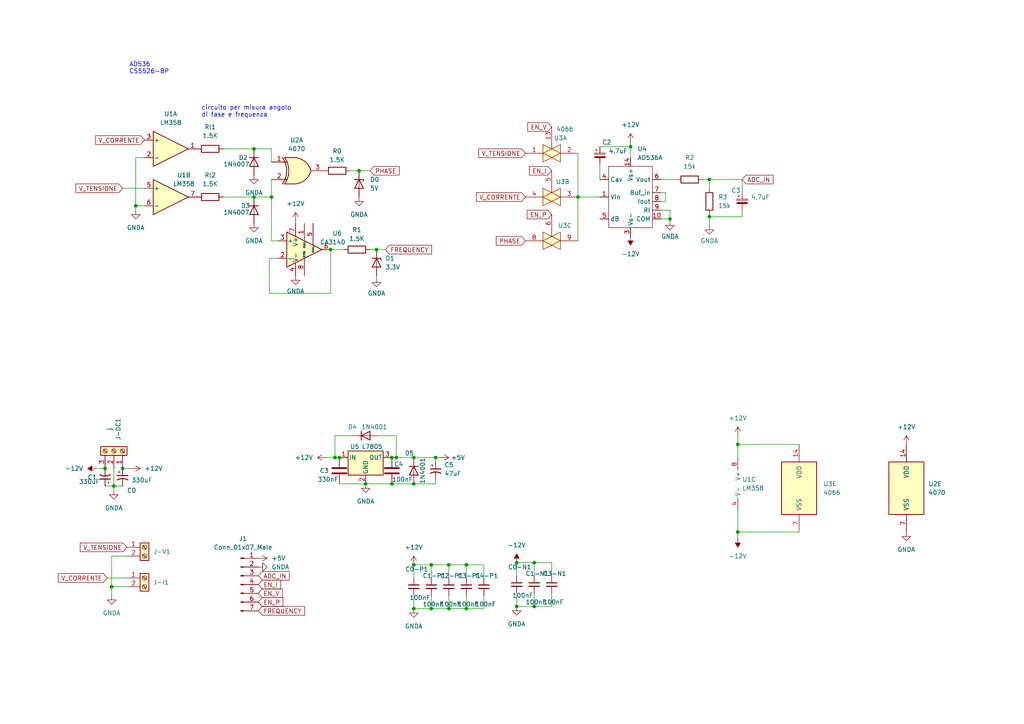
<source format=kicad_sch>
(kicad_sch (version 20211123) (generator eeschema)
  (paper "A4")
  (lib_symbols
    (symbol "4xxx:4066" (pin_names (offset 1.016))
      (property "Reference" "U" (at -7.62 8.89 0))
      (property "Value" "4066" (at -7.62 -8.89 0))
      (symbol "4066_1_0"
        (polyline (pts (xy 0 1.27) (xy 0 2.54)) (stroke (width 0.1524)))
        (polyline (pts (xy -2.54 0) (xy 2.54 2.54) (xy 2.54 -2.54) (xy -2.54 0)) (fill (type background)))
        (polyline (pts (xy -2.54 2.54) (xy 2.54 0) (xy -2.54 -2.54) (xy -2.54 2.54)) (fill (type background)))
        (pin passive line (at -7.62 0 0) (length 5.08) (name "~") (number "1"))
        (pin input line (at 0 7.62 270) (length 5.08) (name "~") (number "13"))
        (pin passive line (at 7.62 0 180) (length 5.08) (name "~") (number "2"))
      )
      (symbol "4066_2_0"
        (polyline (pts (xy 0 1.27) (xy 0 2.54)) (stroke (width 0.1524)))
        (polyline (pts (xy -2.54 0) (xy 2.54 2.54) (xy 2.54 -2.54) (xy -2.54 0)) (fill (type background)))
        (polyline (pts (xy -2.54 2.54) (xy 2.54 0) (xy -2.54 -2.54) (xy -2.54 2.54)) (fill (type background)))
        (pin passive line (at 7.62 0 180) (length 5.08) (name "~") (number "3"))
        (pin passive line (at -7.62 0 0) (length 5.08) (name "~") (number "4"))
        (pin input line (at 0 7.62 270) (length 5.08) (name "~") (number "5"))
      )
      (symbol "4066_3_0"
        (polyline (pts (xy 0 1.27) (xy 0 2.54)) (stroke (width 0.1524)))
        (polyline (pts (xy -2.54 0) (xy 2.54 2.54) (xy 2.54 -2.54) (xy -2.54 0)) (fill (type background)))
        (polyline (pts (xy -2.54 2.54) (xy 2.54 0) (xy -2.54 -2.54) (xy -2.54 2.54)) (fill (type background)))
        (pin input line (at 0 7.62 270) (length 5.08) (name "~") (number "6"))
        (pin passive line (at -7.62 0 0) (length 5.08) (name "~") (number "8"))
        (pin passive line (at 7.62 0 180) (length 5.08) (name "~") (number "9"))
      )
      (symbol "4066_4_0"
        (polyline (pts (xy 0 1.27) (xy 0 2.54)) (stroke (width 0.1524)))
        (polyline (pts (xy -2.54 0) (xy 2.54 2.54) (xy 2.54 -2.54) (xy -2.54 0)) (fill (type background)))
        (polyline (pts (xy -2.54 2.54) (xy 2.54 0) (xy -2.54 -2.54) (xy -2.54 2.54)) (fill (type background)))
        (pin passive line (at 7.62 0 180) (length 5.08) (name "~") (number "10"))
        (pin passive line (at -7.62 0 0) (length 5.08) (name "~") (number "11"))
        (pin input line (at 0 7.62 270) (length 5.08) (name "~") (number "12"))
      )
      (symbol "4066_5_0"
        (pin power_in line (at 0 12.7 270) (length 5.08) (name "VDD") (number "14"))
        (pin power_in line (at 0 -12.7 90) (length 5.08) (name "VSS") (number "7"))
      )
      (symbol "4066_5_1"
        (rectangle (start -5.08 7.62) (end 5.08 -7.62) (stroke (width 0.254)) (fill (type background)))
      )
    )
    (symbol "4xxx:4070" (pin_names (offset 1.016))
      (property "Reference" "U" (at 0 1.27 0))
      (property "Value" "4070" (at 0 -1.27 0))
      (symbol "4070_1_0"
        (arc (start -4.4196 -3.81) (mid -3.2033 0) (end -4.4196 3.81) (stroke (width 0.254)))
        (arc (start -3.81 -3.81) (mid -2.589 0) (end -3.81 3.81) (stroke (width 0.254)))
        (arc (start -0.6096 -3.81) (mid 2.1842 -2.5851) (end 3.81 0) (stroke (width 0.254)) (fill (type background)))
        (polyline (pts (xy -3.81 -3.81) (xy -0.635 -3.81)) (stroke (width 0.254)) (fill (type background)))
        (polyline (pts (xy -3.81 3.81) (xy -0.635 3.81)) (stroke (width 0.254)) (fill (type background)))
        (polyline (pts (xy -0.635 3.81) (xy -3.81 3.81) (xy -3.81 3.81) (xy -3.556 3.4036) (xy -3.0226 2.2606) (xy -2.6924 1.0414) (xy -2.6162 -0.254) (xy -2.7686 -1.4986) (xy -3.175 -2.7178) (xy -3.81 -3.81) (xy -3.81 -3.81) (xy -0.635 -3.81)) (stroke (width -25.4)) (fill (type background)))
        (arc (start 3.81 0) (mid 2.1915 2.5936) (end -0.6096 3.81) (stroke (width 0.254)) (fill (type background)))
        (pin input line (at -7.62 2.54 0) (length 4.445) (name "~") (number "1"))
        (pin input line (at -7.62 -2.54 0) (length 4.445) (name "~") (number "2"))
        (pin output line (at 7.62 0 180) (length 3.81) (name "~") (number "3"))
      )
      (symbol "4070_1_1"
        (polyline (pts (xy -3.81 -2.54) (xy -3.175 -2.54)) (stroke (width 0.1524)))
        (polyline (pts (xy -3.81 2.54) (xy -3.175 2.54)) (stroke (width 0.1524)))
      )
      (symbol "4070_2_0"
        (arc (start -4.4196 -3.81) (mid -3.2033 0) (end -4.4196 3.81) (stroke (width 0.254)))
        (arc (start -3.81 -3.81) (mid -2.589 0) (end -3.81 3.81) (stroke (width 0.254)))
        (arc (start -0.6096 -3.81) (mid 2.1842 -2.5851) (end 3.81 0) (stroke (width 0.254)) (fill (type background)))
        (polyline (pts (xy -3.81 -3.81) (xy -0.635 -3.81)) (stroke (width 0.254)) (fill (type background)))
        (polyline (pts (xy -3.81 3.81) (xy -0.635 3.81)) (stroke (width 0.254)) (fill (type background)))
        (polyline (pts (xy -0.635 3.81) (xy -3.81 3.81) (xy -3.81 3.81) (xy -3.556 3.4036) (xy -3.0226 2.2606) (xy -2.6924 1.0414) (xy -2.6162 -0.254) (xy -2.7686 -1.4986) (xy -3.175 -2.7178) (xy -3.81 -3.81) (xy -3.81 -3.81) (xy -0.635 -3.81)) (stroke (width -25.4)) (fill (type background)))
        (arc (start 3.81 0) (mid 2.1915 2.5936) (end -0.6096 3.81) (stroke (width 0.254)) (fill (type background)))
        (pin output line (at 7.62 0 180) (length 3.81) (name "~") (number "4"))
        (pin input line (at -7.62 2.54 0) (length 4.445) (name "~") (number "5"))
        (pin input line (at -7.62 -2.54 0) (length 4.445) (name "~") (number "6"))
      )
      (symbol "4070_2_1"
        (polyline (pts (xy -3.81 -2.54) (xy -3.175 -2.54)) (stroke (width 0.1524)))
        (polyline (pts (xy -3.81 2.54) (xy -3.175 2.54)) (stroke (width 0.1524)))
      )
      (symbol "4070_3_0"
        (arc (start -4.4196 -3.81) (mid -3.2033 0) (end -4.4196 3.81) (stroke (width 0.254)))
        (arc (start -3.81 -3.81) (mid -2.589 0) (end -3.81 3.81) (stroke (width 0.254)))
        (arc (start -0.6096 -3.81) (mid 2.1842 -2.5851) (end 3.81 0) (stroke (width 0.254)) (fill (type background)))
        (polyline (pts (xy -3.81 -3.81) (xy -0.635 -3.81)) (stroke (width 0.254)) (fill (type background)))
        (polyline (pts (xy -3.81 3.81) (xy -0.635 3.81)) (stroke (width 0.254)) (fill (type background)))
        (polyline (pts (xy -0.635 3.81) (xy -3.81 3.81) (xy -3.81 3.81) (xy -3.556 3.4036) (xy -3.0226 2.2606) (xy -2.6924 1.0414) (xy -2.6162 -0.254) (xy -2.7686 -1.4986) (xy -3.175 -2.7178) (xy -3.81 -3.81) (xy -3.81 -3.81) (xy -0.635 -3.81)) (stroke (width -25.4)) (fill (type background)))
        (arc (start 3.81 0) (mid 2.1915 2.5936) (end -0.6096 3.81) (stroke (width 0.254)) (fill (type background)))
        (pin output line (at 7.62 0 180) (length 3.81) (name "~") (number "10"))
        (pin input line (at -7.62 2.54 0) (length 4.445) (name "~") (number "8"))
        (pin input line (at -7.62 -2.54 0) (length 4.445) (name "~") (number "9"))
      )
      (symbol "4070_3_1"
        (polyline (pts (xy -3.81 -2.54) (xy -3.175 -2.54)) (stroke (width 0.1524)))
        (polyline (pts (xy -3.81 2.54) (xy -3.175 2.54)) (stroke (width 0.1524)))
      )
      (symbol "4070_4_0"
        (arc (start -4.4196 -3.81) (mid -3.2033 0) (end -4.4196 3.81) (stroke (width 0.254)))
        (arc (start -3.81 -3.81) (mid -2.589 0) (end -3.81 3.81) (stroke (width 0.254)))
        (arc (start -0.6096 -3.81) (mid 2.1842 -2.5851) (end 3.81 0) (stroke (width 0.254)) (fill (type background)))
        (polyline (pts (xy -3.81 -3.81) (xy -0.635 -3.81)) (stroke (width 0.254)) (fill (type background)))
        (polyline (pts (xy -3.81 3.81) (xy -0.635 3.81)) (stroke (width 0.254)) (fill (type background)))
        (polyline (pts (xy -0.635 3.81) (xy -3.81 3.81) (xy -3.81 3.81) (xy -3.556 3.4036) (xy -3.0226 2.2606) (xy -2.6924 1.0414) (xy -2.6162 -0.254) (xy -2.7686 -1.4986) (xy -3.175 -2.7178) (xy -3.81 -3.81) (xy -3.81 -3.81) (xy -0.635 -3.81)) (stroke (width -25.4)) (fill (type background)))
        (arc (start 3.81 0) (mid 2.1915 2.5936) (end -0.6096 3.81) (stroke (width 0.254)) (fill (type background)))
        (pin output line (at 7.62 0 180) (length 3.81) (name "~") (number "11"))
        (pin input line (at -7.62 2.54 0) (length 4.445) (name "~") (number "12"))
        (pin input line (at -7.62 -2.54 0) (length 4.445) (name "~") (number "13"))
      )
      (symbol "4070_4_1"
        (polyline (pts (xy -3.81 -2.54) (xy -3.175 -2.54)) (stroke (width 0.1524)))
        (polyline (pts (xy -3.81 2.54) (xy -3.175 2.54)) (stroke (width 0.1524)))
      )
      (symbol "4070_5_0"
        (pin power_in line (at 0 12.7 270) (length 5.08) (name "VDD") (number "14"))
        (pin power_in line (at 0 -12.7 90) (length 5.08) (name "VSS") (number "7"))
      )
      (symbol "4070_5_1"
        (rectangle (start -5.08 7.62) (end 5.08 -7.62) (stroke (width 0.254)) (fill (type background)))
      )
    )
    (symbol "Amplifier_Operational:CA3140" (pin_names (offset 0.127))
      (property "Reference" "U" (at 6.35 5.08 0))
      (property "Value" "CA3140" (at 6.35 2.54 0))
      (symbol "CA3140_0_1"
        (polyline (pts (xy -5.08 5.08) (xy 5.08 0) (xy -5.08 -5.08) (xy -5.08 5.08)) (stroke (width 0.254)) (fill (type background)))
      )
      (symbol "CA3140_1_1"
        (pin passive line (at 0 7.62 270) (length 5.08) (name "NULL") (number "1"))
        (pin input line (at -7.62 -2.54 0) (length 2.54) (name "-") (number "2"))
        (pin input line (at -7.62 2.54 0) (length 2.54) (name "+") (number "3"))
        (pin power_in line (at -2.54 -7.62 90) (length 3.81) (name "V-") (number "4"))
        (pin passive line (at 2.54 7.62 270) (length 6.35) (name "NULL") (number "5"))
        (pin output line (at 7.62 0 180) (length 2.54) (name "~") (number "6"))
        (pin power_in line (at -2.54 7.62 270) (length 3.81) (name "V+") (number "7"))
        (pin passive line (at 0 -7.62 90) (length 5.08) (name "STRB") (number "8"))
      )
    )
    (symbol "Amplifier_Operational:LM358" (pin_names (offset 0.127))
      (property "Reference" "U" (at 0 5.08 0))
      (property "Value" "LM358" (at 0 -5.08 0))
      (symbol "LM358_1_1"
        (polyline (pts (xy -5.08 5.08) (xy 5.08 0) (xy -5.08 -5.08) (xy -5.08 5.08)) (stroke (width 0.254)) (fill (type background)))
        (pin output line (at 7.62 0 180) (length 2.54) (name "~") (number "1"))
        (pin input line (at -7.62 -2.54 0) (length 2.54) (name "-") (number "2"))
        (pin input line (at -7.62 2.54 0) (length 2.54) (name "+") (number "3"))
      )
      (symbol "LM358_2_1"
        (polyline (pts (xy -5.08 5.08) (xy 5.08 0) (xy -5.08 -5.08) (xy -5.08 5.08)) (stroke (width 0.254)) (fill (type background)))
        (pin input line (at -7.62 2.54 0) (length 2.54) (name "+") (number "5"))
        (pin input line (at -7.62 -2.54 0) (length 2.54) (name "-") (number "6"))
        (pin output line (at 7.62 0 180) (length 2.54) (name "~") (number "7"))
      )
      (symbol "LM358_3_1"
        (pin power_in line (at -2.54 -7.62 90) (length 3.81) (name "V-") (number "4"))
        (pin power_in line (at -2.54 7.62 270) (length 3.81) (name "V+") (number "8"))
      )
    )
    (symbol "Connector:Conn_01x07_Male" (pin_names (offset 1.016) hide)
      (property "Reference" "J" (at 0 10.16 0))
      (property "Value" "Conn_01x07_Male" (at 0 -10.16 0))
      (symbol "Conn_01x07_Male_1_1"
        (polyline (pts (xy 1.27 -7.62) (xy 0.8636 -7.62)) (stroke (width 0.1524)))
        (polyline (pts (xy 1.27 -5.08) (xy 0.8636 -5.08)) (stroke (width 0.1524)))
        (polyline (pts (xy 1.27 -2.54) (xy 0.8636 -2.54)) (stroke (width 0.1524)))
        (polyline (pts (xy 1.27 0) (xy 0.8636 0)) (stroke (width 0.1524)))
        (polyline (pts (xy 1.27 2.54) (xy 0.8636 2.54)) (stroke (width 0.1524)))
        (polyline (pts (xy 1.27 5.08) (xy 0.8636 5.08)) (stroke (width 0.1524)))
        (polyline (pts (xy 1.27 7.62) (xy 0.8636 7.62)) (stroke (width 0.1524)))
        (rectangle (start 0.8636 -7.493) (end 0 -7.747) (stroke (width 0.1524)) (fill (type outline)))
        (rectangle (start 0.8636 -4.953) (end 0 -5.207) (stroke (width 0.1524)) (fill (type outline)))
        (rectangle (start 0.8636 -2.413) (end 0 -2.667) (stroke (width 0.1524)) (fill (type outline)))
        (rectangle (start 0.8636 0.127) (end 0 -0.127) (stroke (width 0.1524)) (fill (type outline)))
        (rectangle (start 0.8636 2.667) (end 0 2.413) (stroke (width 0.1524)) (fill (type outline)))
        (rectangle (start 0.8636 5.207) (end 0 4.953) (stroke (width 0.1524)) (fill (type outline)))
        (rectangle (start 0.8636 7.747) (end 0 7.493) (stroke (width 0.1524)) (fill (type outline)))
        (pin passive line (at 5.08 7.62 180) (length 3.81) (name "Pin_1") (number "1"))
        (pin passive line (at 5.08 5.08 180) (length 3.81) (name "Pin_2") (number "2"))
        (pin passive line (at 5.08 2.54 180) (length 3.81) (name "Pin_3") (number "3"))
        (pin passive line (at 5.08 0 180) (length 3.81) (name "Pin_4") (number "4"))
        (pin passive line (at 5.08 -2.54 180) (length 3.81) (name "Pin_5") (number "5"))
        (pin passive line (at 5.08 -5.08 180) (length 3.81) (name "Pin_6") (number "6"))
        (pin passive line (at 5.08 -7.62 180) (length 3.81) (name "Pin_7") (number "7"))
      )
    )
    (symbol "Connector:Screw_Terminal_01x02" (pin_names (offset 1.016) hide)
      (property "Reference" "J" (at 0 2.54 0))
      (property "Value" "Screw_Terminal_01x02" (at 0 -5.08 0))
      (symbol "Screw_Terminal_01x02_1_1"
        (rectangle (start -1.27 1.27) (end 1.27 -3.81) (stroke (width 0.254)) (fill (type background)))
        (circle (center 0 -2.54) (radius 0.635) (stroke (width 0.1524)))
        (polyline (pts (xy -0.5334 -2.2098) (xy 0.3302 -3.048)) (stroke (width 0.1524)))
        (polyline (pts (xy -0.5334 0.3302) (xy 0.3302 -0.508)) (stroke (width 0.1524)))
        (polyline (pts (xy -0.3556 -2.032) (xy 0.508 -2.8702)) (stroke (width 0.1524)))
        (polyline (pts (xy -0.3556 0.508) (xy 0.508 -0.3302)) (stroke (width 0.1524)))
        (circle (center 0 0) (radius 0.635) (stroke (width 0.1524)))
        (pin passive line (at -5.08 0 0) (length 3.81) (name "Pin_1") (number "1"))
        (pin passive line (at -5.08 -2.54 0) (length 3.81) (name "Pin_2") (number "2"))
      )
    )
    (symbol "Connector:Screw_Terminal_01x03" (pin_names (offset 1.016) hide)
      (property "Reference" "J" (at 0 5.08 0))
      (property "Value" "Screw_Terminal_01x03" (at 0 -5.08 0))
      (symbol "Screw_Terminal_01x03_1_1"
        (rectangle (start -1.27 3.81) (end 1.27 -3.81) (stroke (width 0.254)) (fill (type background)))
        (circle (center 0 -2.54) (radius 0.635) (stroke (width 0.1524)))
        (polyline (pts (xy -0.5334 -2.2098) (xy 0.3302 -3.048)) (stroke (width 0.1524)))
        (polyline (pts (xy -0.5334 0.3302) (xy 0.3302 -0.508)) (stroke (width 0.1524)))
        (polyline (pts (xy -0.5334 2.8702) (xy 0.3302 2.032)) (stroke (width 0.1524)))
        (polyline (pts (xy -0.3556 -2.032) (xy 0.508 -2.8702)) (stroke (width 0.1524)))
        (polyline (pts (xy -0.3556 0.508) (xy 0.508 -0.3302)) (stroke (width 0.1524)))
        (polyline (pts (xy -0.3556 3.048) (xy 0.508 2.2098)) (stroke (width 0.1524)))
        (circle (center 0 0) (radius 0.635) (stroke (width 0.1524)))
        (circle (center 0 2.54) (radius 0.635) (stroke (width 0.1524)))
        (pin passive line (at -5.08 2.54 0) (length 3.81) (name "Pin_1") (number "1"))
        (pin passive line (at -5.08 0 0) (length 3.81) (name "Pin_2") (number "2"))
        (pin passive line (at -5.08 -2.54 0) (length 3.81) (name "Pin_3") (number "3"))
      )
    )
    (symbol "Device:C" (pin_numbers hide) (pin_names (offset 0.254))
      (property "Reference" "C" (at 0.635 2.54 0))
      (property "Value" "C" (at 0.635 -2.54 0))
      (symbol "C_0_1"
        (polyline (pts (xy -2.032 -0.762) (xy 2.032 -0.762)) (stroke (width 0.508)))
        (polyline (pts (xy -2.032 0.762) (xy 2.032 0.762)) (stroke (width 0.508)))
      )
      (symbol "C_1_1"
        (pin passive line (at 0 3.81 270) (length 2.794) (name "~") (number "1"))
        (pin passive line (at 0 -3.81 90) (length 2.794) (name "~") (number "2"))
      )
    )
    (symbol "Device:C_Polarized_Small" (pin_numbers hide) (pin_names (offset 0.254) hide)
      (property "Reference" "C" (at 0.254 1.778 0))
      (property "Value" "C_Polarized_Small" (at 0.254 -2.032 0))
      (symbol "C_Polarized_Small_0_1"
        (rectangle (start -1.524 -0.3048) (end 1.524 -0.6858) (fill (type outline)))
        (rectangle (start -1.524 0.6858) (end 1.524 0.3048))
        (polyline (pts (xy -1.27 1.524) (xy -0.762 1.524)))
        (polyline (pts (xy -1.016 1.27) (xy -1.016 1.778)))
      )
      (symbol "C_Polarized_Small_1_1"
        (pin passive line (at 0 2.54 270) (length 1.8542) (name "~") (number "1"))
        (pin passive line (at 0 -2.54 90) (length 1.8542) (name "~") (number "2"))
      )
    )
    (symbol "Device:C_Polarized_Small_US" (pin_numbers hide) (pin_names (offset 0.254) hide)
      (property "Reference" "C" (at 0.254 1.778 0))
      (property "Value" "C_Polarized_Small_US" (at 0.254 -2.032 0))
      (symbol "C_Polarized_Small_US_0_1"
        (polyline (pts (xy -1.524 0.508) (xy 1.524 0.508)) (stroke (width 0.3048)))
        (polyline (pts (xy -1.27 1.524) (xy -0.762 1.524)))
        (polyline (pts (xy -1.016 1.27) (xy -1.016 1.778)))
        (arc (start 1.524 -0.762) (mid 0 -0.3734) (end -1.524 -0.762) (stroke (width 0.3048)))
      )
      (symbol "C_Polarized_Small_US_1_1"
        (pin passive line (at 0 2.54 270) (length 2.032) (name "~") (number "1"))
        (pin passive line (at 0 -2.54 90) (length 2.032) (name "~") (number "2"))
      )
    )
    (symbol "Device:C_Small" (pin_numbers hide) (pin_names (offset 0.254) hide)
      (property "Reference" "C" (at 0.254 1.778 0))
      (property "Value" "C_Small" (at 0.254 -2.032 0))
      (symbol "C_Small_0_1"
        (polyline (pts (xy -1.524 -0.508) (xy 1.524 -0.508)) (stroke (width 0.3302)))
        (polyline (pts (xy -1.524 0.508) (xy 1.524 0.508)) (stroke (width 0.3048)))
      )
      (symbol "C_Small_1_1"
        (pin passive line (at 0 2.54 270) (length 2.032) (name "~") (number "1"))
        (pin passive line (at 0 -2.54 90) (length 2.032) (name "~") (number "2"))
      )
    )
    (symbol "Device:D_Zener" (pin_numbers hide) (pin_names (offset 1.016) hide)
      (property "Reference" "D" (at 0 2.54 0))
      (property "Value" "D_Zener" (at 0 -2.54 0))
      (symbol "D_Zener_0_1"
        (polyline (pts (xy 1.27 0) (xy -1.27 0)))
        (polyline (pts (xy -1.27 -1.27) (xy -1.27 1.27) (xy -0.762 1.27)) (stroke (width 0.254)))
        (polyline (pts (xy 1.27 -1.27) (xy 1.27 1.27) (xy -1.27 0) (xy 1.27 -1.27)) (stroke (width 0.254)))
      )
      (symbol "D_Zener_1_1"
        (pin passive line (at -3.81 0 0) (length 2.54) (name "K") (number "1"))
        (pin passive line (at 3.81 0 180) (length 2.54) (name "A") (number "2"))
      )
    )
    (symbol "Device:R" (pin_numbers hide) (pin_names (offset 0))
      (property "Reference" "R" (at 2.032 0 90))
      (property "Value" "R" (at 0 0 90))
      (symbol "R_0_1"
        (rectangle (start -1.016 -2.54) (end 1.016 2.54) (stroke (width 0.254)))
      )
      (symbol "R_1_1"
        (pin passive line (at 0 3.81 270) (length 1.27) (name "~") (number "1"))
        (pin passive line (at 0 -3.81 90) (length 1.27) (name "~") (number "2"))
      )
    )
    (symbol "Diode:1N4001" (pin_numbers hide) (pin_names (offset 1.016) hide)
      (property "Reference" "D" (at 0 2.54 0))
      (property "Value" "1N4001" (at 0 -2.54 0))
      (symbol "1N4001_0_1"
        (polyline (pts (xy -1.27 1.27) (xy -1.27 -1.27)) (stroke (width 0.254)))
        (polyline (pts (xy 1.27 0) (xy -1.27 0)))
        (polyline (pts (xy 1.27 1.27) (xy 1.27 -1.27) (xy -1.27 0) (xy 1.27 1.27)) (stroke (width 0.254)))
      )
      (symbol "1N4001_1_1"
        (pin passive line (at -3.81 0 0) (length 2.54) (name "K") (number "1"))
        (pin passive line (at 3.81 0 180) (length 2.54) (name "A") (number "2"))
      )
    )
    (symbol "Diode:1N4007" (pin_numbers hide) (pin_names (offset 1.016) hide)
      (property "Reference" "D" (at 0 2.54 0))
      (property "Value" "1N4007" (at 0 -2.54 0))
      (symbol "1N4007_0_1"
        (polyline (pts (xy -1.27 1.27) (xy -1.27 -1.27)) (stroke (width 0.254)))
        (polyline (pts (xy 1.27 0) (xy -1.27 0)))
        (polyline (pts (xy 1.27 1.27) (xy 1.27 -1.27) (xy -1.27 0) (xy 1.27 1.27)) (stroke (width 0.254)))
      )
      (symbol "1N4007_1_1"
        (pin passive line (at -3.81 0 0) (length 2.54) (name "K") (number "1"))
        (pin passive line (at 3.81 0 180) (length 2.54) (name "A") (number "2"))
      )
    )
    (symbol "Regulator_Linear:L7808" (pin_names (offset 0.254))
      (property "Reference" "U" (at -3.81 3.175 0))
      (property "Value" "L7808" (at 0 3.175 0))
      (symbol "L7808_0_1"
        (rectangle (start -5.08 1.905) (end 5.08 -5.08) (stroke (width 0.254)) (fill (type background)))
      )
      (symbol "L7808_1_1"
        (pin power_in line (at -7.62 0 0) (length 2.54) (name "IN") (number "1"))
        (pin power_in line (at 0 -7.62 90) (length 2.54) (name "GND") (number "2"))
        (pin power_out line (at 7.62 0 180) (length 2.54) (name "OUT") (number "3"))
      )
    )
    (symbol "power:+12V" (power) (pin_names (offset 0))
      (property "Value" "+12V" (at 0 3.556 0))
      (symbol "+12V_0_1"
        (polyline (pts (xy -0.762 1.27) (xy 0 2.54)))
        (polyline (pts (xy 0 0) (xy 0 2.54)))
        (polyline (pts (xy 0 2.54) (xy 0.762 1.27)))
      )
      (symbol "+12V_1_1"
        (pin power_in line (at 0 0 90) (length 0) hide (name "+12V") (number "1"))
      )
    )
    (symbol "power:+5V" (power) (pin_names (offset 0))
      (property "Value" "+5V" (at 0 3.556 0))
      (symbol "+5V_0_1"
        (polyline (pts (xy -0.762 1.27) (xy 0 2.54)))
        (polyline (pts (xy 0 0) (xy 0 2.54)))
        (polyline (pts (xy 0 2.54) (xy 0.762 1.27)))
      )
      (symbol "+5V_1_1"
        (pin power_in line (at 0 0 90) (length 0) hide (name "+5V") (number "1"))
      )
    )
    (symbol "power:-12V" (power) (pin_names (offset 0))
      (property "Value" "-12V" (at 0 3.81 0))
      (symbol "-12V_0_0"
        (pin power_in line (at 0 0 90) (length 0) hide (name "-12V") (number "1"))
      )
      (symbol "-12V_0_1"
        (polyline (pts (xy 0 0) (xy 0 1.27) (xy 0.762 1.27) (xy 0 2.54) (xy -0.762 1.27) (xy 0 1.27)) (fill (type outline)))
      )
    )
    (symbol "power:GNDA" (power) (pin_names (offset 0))
      (property "Value" "GNDA" (at 0 -3.81 0))
      (symbol "GNDA_0_1"
        (polyline (pts (xy 0 0) (xy 0 -1.27) (xy 1.27 -1.27) (xy 0 -2.54) (xy -1.27 -1.27) (xy 0 -1.27)))
      )
      (symbol "GNDA_1_1"
        (pin power_in line (at 0 0 270) (length 0) hide (name "GNDA") (number "1"))
      )
    )
    (symbol "simboli_tesina:AD536A"
      (property "Reference" "U" (at -1.27 6.35 0))
      (property "Value" "AD536A" (at 7.62 6.35 0))
      (symbol "AD536A_0_0"
        (pin input line (at -6.35 -3.81 0) (length 2.54) (name "Vin") (number "1"))
        (pin passive line (at 11.43 -10.16 180) (length 2.54) (name "COM") (number "10"))
        (pin power_in line (at 2.54 7.62 270) (length 2.54) (name "Vs+") (number "14"))
        (pin power_in line (at 2.54 -15.24 90) (length 2.54) (name "Vs-") (number "3"))
        (pin passive line (at -6.35 1.27 0) (length 2.54) (name "Cav") (number "4"))
        (pin output line (at -6.35 -10.16 0) (length 2.54) (name "dB") (number "5"))
        (pin output line (at 11.43 1.27 180) (length 2.54) (name "Vout") (number "6"))
        (pin input line (at 11.43 -2.54 180) (length 2.54) (name "Buf_in") (number "7"))
        (pin output line (at 11.43 -5.08 180) (length 2.54) (name "Iout") (number "8"))
        (pin passive line (at 11.43 -7.62 180) (length 2.54) (name "Rl") (number "9"))
      )
      (symbol "AD536A_0_1"
        (rectangle (start -3.81 5.08) (end 8.89 -12.7))
      )
    )
  )
  (junction (at 149.86 175.895))
  (junction (at 39.37 59.69))
  (junction (at 109.22 72.39))
  (junction (at 213.995 154.305))
  (junction (at 98.425 132.715))
  (junction (at 95.885 72.39))
  (junction (at 154.94 163.195))
  (junction (at 125.095 176.53))
  (junction (at 32.385 170.18))
  (junction (at 149.86 163.195))
  (junction (at 78.74 57.15))
  (junction (at 154.94 175.895))
  (junction (at 126.365 132.715))
  (junction (at 73.66 43.18))
  (junction (at 104.14 49.53))
  (junction (at 73.66 57.15))
  (junction (at 30.48 135.89))
  (junction (at 120.015 176.53))
  (junction (at 167.64 57.15))
  (junction (at 120.015 163.83))
  (junction (at 120.015 132.715))
  (junction (at 205.74 52.07))
  (junction (at 120.015 140.335))
  (junction (at 33.02 140.97))
  (junction (at 194.31 63.5))
  (junction (at 113.665 132.715))
  (junction (at 130.175 163.83))
  (junction (at 35.56 135.89))
  (junction (at 114.935 132.715))
  (junction (at 135.255 163.83))
  (junction (at 106.045 140.335))
  (junction (at 182.88 42.545))
  (junction (at 125.095 163.83))
  (junction (at 205.74 62.865))
  (junction (at 135.255 176.53))
  (junction (at 97.155 132.715))
  (junction (at 113.665 140.335))
  (junction (at 130.175 176.53))
  (junction (at 213.995 128.905))
  (wire (pts (xy 205.74 62.865) (xy 205.74 62.23)))
  (wire (pts (xy 194.31 64.135) (xy 194.31 63.5)))
  (wire (pts (xy 140.335 172.72) (xy 140.335 176.53)))
  (wire (pts (xy 113.665 132.715) (xy 114.935 132.715)))
  (wire (pts (xy 140.335 163.83) (xy 140.335 167.64)))
  (wire (pts (xy 114.935 126.365) (xy 114.935 132.715)))
  (wire (pts (xy 125.095 163.83) (xy 125.095 167.64)))
  (wire (pts (xy 135.255 172.72) (xy 135.255 176.53)))
  (wire (pts (xy 130.175 172.72) (xy 130.175 176.53)))
  (wire (pts (xy 135.255 176.53) (xy 130.175 176.53)))
  (wire (pts (xy 36.83 170.18) (xy 32.385 170.18)))
  (wire (pts (xy 106.045 140.335) (xy 113.665 140.335)))
  (wire (pts (xy 64.77 57.15) (xy 73.66 57.15)))
  (wire (pts (xy 98.425 140.335) (xy 106.045 140.335)))
  (wire (pts (xy 135.255 163.83) (xy 135.255 167.64)))
  (wire (pts (xy 120.015 163.83) (xy 120.015 167.64)))
  (wire (pts (xy 149.86 163.195) (xy 154.94 163.195)))
  (wire (pts (xy 215.265 62.865) (xy 205.74 62.865)))
  (wire (pts (xy 154.94 172.085) (xy 154.94 175.895)))
  (wire (pts (xy 107.315 72.39) (xy 109.22 72.39)))
  (wire (pts (xy 213.995 147.955) (xy 213.995 154.305)))
  (wire (pts (xy 102.235 126.365) (xy 97.155 126.365)))
  (wire (pts (xy 78.105 74.93) (xy 78.105 85.09)))
  (wire (pts (xy 149.86 163.195) (xy 149.86 167.005)))
  (wire (pts (xy 173.99 42.545) (xy 182.88 42.545)))
  (wire (pts (xy 194.31 63.5) (xy 191.77 63.5)))
  (wire (pts (xy 126.365 132.715) (xy 127.635 132.715)))
  (wire (pts (xy 78.74 46.99) (xy 78.74 43.18)))
  (wire (pts (xy 97.155 132.715) (xy 98.425 132.715)))
  (wire (pts (xy 213.995 154.305) (xy 231.775 154.305)))
  (wire (pts (xy 114.935 132.715) (xy 120.015 132.715)))
  (wire (pts (xy 104.14 49.53) (xy 107.315 49.53)))
  (wire (pts (xy 167.64 44.45) (xy 167.64 57.15)))
  (wire (pts (xy 78.74 57.15) (xy 78.74 69.85)))
  (wire (pts (xy 173.99 47.625) (xy 173.99 52.07)))
  (wire (pts (xy 120.015 140.335) (xy 126.365 140.335)))
  (wire (pts (xy 30.48 140.97) (xy 33.02 140.97)))
  (wire (pts (xy 140.335 176.53) (xy 135.255 176.53)))
  (wire (pts (xy 130.175 163.83) (xy 130.175 167.64)))
  (wire (pts (xy 154.94 163.195) (xy 160.02 163.195)))
  (wire (pts (xy 167.64 57.15) (xy 167.64 69.85)))
  (wire (pts (xy 113.665 140.335) (xy 120.015 140.335)))
  (wire (pts (xy 73.66 43.18) (xy 78.74 43.18)))
  (wire (pts (xy 203.835 52.07) (xy 205.74 52.07)))
  (wire (pts (xy 215.265 55.88) (xy 215.265 52.07)))
  (wire (pts (xy 39.37 45.72) (xy 39.37 59.69)))
  (wire (pts (xy 35.56 135.89) (xy 38.1 135.89)))
  (wire (pts (xy 125.095 163.83) (xy 130.175 163.83)))
  (wire (pts (xy 39.37 59.69) (xy 41.91 59.69)))
  (wire (pts (xy 215.265 60.96) (xy 215.265 62.865)))
  (wire (pts (xy 41.91 45.72) (xy 39.37 45.72)))
  (wire (pts (xy 33.02 140.97) (xy 35.56 140.97)))
  (wire (pts (xy 125.095 176.53) (xy 120.015 176.53)))
  (wire (pts (xy 97.155 126.365) (xy 97.155 132.715)))
  (wire (pts (xy 80.645 69.85) (xy 78.74 69.85)))
  (wire (pts (xy 39.37 59.69) (xy 39.37 60.96)))
  (wire (pts (xy 160.02 163.195) (xy 160.02 167.005)))
  (wire (pts (xy 193.04 58.42) (xy 193.04 55.88)))
  (wire (pts (xy 130.175 163.83) (xy 135.255 163.83)))
  (wire (pts (xy 213.995 126.365) (xy 213.995 128.905)))
  (wire (pts (xy 213.995 128.905) (xy 213.995 132.715)))
  (wire (pts (xy 101.6 49.53) (xy 104.14 49.53)))
  (wire (pts (xy 78.74 52.07) (xy 78.74 57.15)))
  (wire (pts (xy 182.88 41.275) (xy 182.88 42.545)))
  (wire (pts (xy 194.31 60.96) (xy 194.31 63.5)))
  (wire (pts (xy 80.645 74.93) (xy 78.105 74.93)))
  (wire (pts (xy 149.86 172.085) (xy 149.86 175.895)))
  (wire (pts (xy 135.255 163.83) (xy 140.335 163.83)))
  (wire (pts (xy 126.365 139.065) (xy 126.365 140.335)))
  (wire (pts (xy 126.365 133.985) (xy 126.365 132.715)))
  (wire (pts (xy 94.615 132.715) (xy 97.155 132.715)))
  (wire (pts (xy 78.105 85.09) (xy 95.885 85.09)))
  (wire (pts (xy 32.385 170.18) (xy 32.385 172.72)))
  (wire (pts (xy 27.94 135.89) (xy 30.48 135.89)))
  (wire (pts (xy 32.385 161.29) (xy 32.385 170.18)))
  (wire (pts (xy 95.885 85.09) (xy 95.885 72.39)))
  (wire (pts (xy 36.83 161.29) (xy 32.385 161.29)))
  (wire (pts (xy 191.77 52.07) (xy 196.215 52.07)))
  (wire (pts (xy 73.66 57.15) (xy 78.74 57.15)))
  (wire (pts (xy 31.115 167.64) (xy 36.83 167.64)))
  (wire (pts (xy 193.04 55.88) (xy 191.77 55.88)))
  (wire (pts (xy 33.02 140.97) (xy 33.02 142.24)))
  (wire (pts (xy 205.74 52.07) (xy 205.74 54.61)))
  (wire (pts (xy 182.88 42.545) (xy 182.88 45.72)))
  (wire (pts (xy 33.02 135.89) (xy 33.02 140.97)))
  (wire (pts (xy 215.265 52.07) (xy 205.74 52.07)))
  (wire (pts (xy 85.725 64.135) (xy 85.725 64.77)))
  (wire (pts (xy 35.56 54.61) (xy 41.91 54.61)))
  (wire (pts (xy 213.995 154.305) (xy 213.995 156.21)))
  (wire (pts (xy 109.22 72.39) (xy 111.76 72.39)))
  (wire (pts (xy 160.02 175.895) (xy 154.94 175.895)))
  (wire (pts (xy 120.015 172.72) (xy 120.015 176.53)))
  (wire (pts (xy 125.095 172.72) (xy 125.095 176.53)))
  (wire (pts (xy 130.175 176.53) (xy 125.095 176.53)))
  (wire (pts (xy 205.74 65.405) (xy 205.74 62.865)))
  (wire (pts (xy 191.77 58.42) (xy 193.04 58.42)))
  (wire (pts (xy 154.94 163.195) (xy 154.94 167.005)))
  (wire (pts (xy 191.77 60.96) (xy 194.31 60.96)))
  (wire (pts (xy 109.22 80.01) (xy 109.22 80.645)))
  (wire (pts (xy 95.885 72.39) (xy 99.695 72.39)))
  (wire (pts (xy 120.015 132.715) (xy 126.365 132.715)))
  (wire (pts (xy 167.64 57.15) (xy 173.99 57.15)))
  (wire (pts (xy 154.94 175.895) (xy 149.86 175.895)))
  (wire (pts (xy 120.015 163.83) (xy 125.095 163.83)))
  (wire (pts (xy 213.995 128.905) (xy 231.775 128.905)))
  (wire (pts (xy 109.855 126.365) (xy 114.935 126.365)))
  (wire (pts (xy 160.02 172.085) (xy 160.02 175.895)))
  (wire (pts (xy 64.77 43.18) (xy 73.66 43.18)))
  (text "AD536\nCS5526-BP" (at 37.465 21.59 0) (effects (font (size 1.27 1.27)) (justify left bottom)))
  (text "circuito per misura angolo\ndi fase e frequenza\n\n" (at 58.42 36.195 0) (effects (font (size 1.27 1.27)) (justify left bottom)))
  (global_label "FREQUENCY" (shape input) (at 74.93 177.165 0) (property "Riferimenti inter-foglio" "${INTERSHEET_REFS}" (effects hide)))
  (global_label "V_TENSIONE" (shape input) (at 35.56 54.61 180) (property "Riferimenti inter-foglio" "${INTERSHEET_REFS}" (effects hide)))
  (global_label "EN_I" (shape input) (at 74.93 169.545 0) (property "Riferimenti inter-foglio" "${INTERSHEET_REFS}" (effects hide)))
  (global_label "V_TENSIONE" (shape input) (at 36.83 158.75 180) (property "Riferimenti inter-foglio" "${INTERSHEET_REFS}" (effects hide)))
  (global_label "EN_P" (shape input) (at 74.93 174.625 0) (property "Riferimenti inter-foglio" "${INTERSHEET_REFS}" (effects hide)))
  (global_label "ADC_IN" (shape input) (at 215.265 52.07 0) (property "Riferimenti inter-foglio" "${INTERSHEET_REFS}" (effects hide)))
  (global_label "PHASE" (shape input) (at 107.315 49.53 0) (property "Riferimenti inter-foglio" "${INTERSHEET_REFS}" (effects hide)))
  (global_label "V_CORRENTE" (shape input) (at 31.115 167.64 180) (property "Riferimenti inter-foglio" "${INTERSHEET_REFS}" (effects hide)))
  (global_label "EN_I" (shape input) (at 160.02 49.53 180) (property "Riferimenti inter-foglio" "${INTERSHEET_REFS}" (effects hide)))
  (global_label "V_CORRENTE" (shape input) (at 41.91 40.64 180) (property "Riferimenti inter-foglio" "${INTERSHEET_REFS}" (effects hide)))
  (global_label "EN_P" (shape input) (at 160.02 62.23 180) (property "Riferimenti inter-foglio" "${INTERSHEET_REFS}" (effects hide)))
  (global_label "EN_V" (shape input) (at 74.93 172.085 0) (property "Riferimenti inter-foglio" "${INTERSHEET_REFS}" (effects hide)))
  (global_label "EN_V" (shape input) (at 160.02 36.83 180) (property "Riferimenti inter-foglio" "${INTERSHEET_REFS}" (effects hide)))
  (global_label "FREQUENCY" (shape input) (at 111.76 72.39 0) (property "Riferimenti inter-foglio" "${INTERSHEET_REFS}" (effects hide)))
  (global_label "V_CORRENTE" (shape input) (at 152.4 57.15 180) (property "Riferimenti inter-foglio" "${INTERSHEET_REFS}" (effects hide)))
  (global_label "PHASE" (shape input) (at 152.4 69.85 180) (property "Riferimenti inter-foglio" "${INTERSHEET_REFS}" (effects hide)))
  (global_label "V_TENSIONE" (shape input) (at 152.4 44.45 180) (property "Riferimenti inter-foglio" "${INTERSHEET_REFS}" (effects hide)))
  (global_label "ADC_IN" (shape input) (at 74.93 167.005 0) (property "Riferimenti inter-foglio" "${INTERSHEET_REFS}" (effects hide)))
  (symbol (lib_id "power:+12V") (at 120.015 163.83 0) (unit 1)
    (property "Reference" "#PWR023" (effects hide))
    (property "Value" "+12V" (at 120.015 158.75 0))
  )
  (symbol (lib_id "4xxx:4066") (at 160.02 44.45 0) (unit 1)
    (property "Reference" "U3" (at 162.56 40.005 0))
    (property "Value" "4066" (at 163.83 37.465 0))
    (property "Footprint" "Package_DIP:DIP-14_W7.62mm_LongPads" (effects hide))
    (property "Datasheet" "http://www.ti.com/lit/ds/symlink/cd4066b.pdf" (effects hide))
  )
  (symbol (lib_id "Diode:1N4007") (at 73.66 60.96 270) (unit 1)
    (property "Reference" "D3" (at 69.85 59.69 90) (effects (justify left)))
    (property "Value" "1N4007" (at 64.77 61.595 90) (effects (justify left)))
    (property "Footprint" "Diode_THT:D_DO-41_SOD81_P10.16mm_Horizontal" (effects hide))
    (property "Datasheet" "http://www.vishay.com/docs/88503/1n4001.pdf" (effects hide))
  )
  (symbol (lib_id "power:GNDA") (at 149.86 175.895 0) (unit 1)
    (property "Reference" "#PWR026" (effects hide))
    (property "Value" "GNDA" (at 149.86 180.975 0))
  )
  (symbol (lib_id "Device:R") (at 97.79 49.53 90) (unit 1)
    (property "Reference" "R0" (at 97.79 43.815 90))
    (property "Value" "1.5K" (at 97.79 46.355 90))
    (property "Footprint" "Resistor_THT:R_Axial_DIN0207_L6.3mm_D2.5mm_P10.16mm_Horizontal" (effects hide))
  )
  (symbol (lib_id "Device:C_Small") (at 130.175 170.18 0) (unit 1)
    (property "Reference" "C2-P1" (at 127.635 167.005 0) (effects (justify left)))
    (property "Value" "100nF" (at 127.635 175.26 0) (effects (justify left)))
    (property "Footprint" "Capacitor_THT:C_Disc_D3.0mm_W2.0mm_P2.50mm" (effects hide))
  )
  (symbol (lib_id "power:GNDA") (at 73.66 50.8 0) (unit 1)
    (property "Reference" "#PWR?" (effects hide))
    (property "Value" "GNDA" (at 73.66 55.88 0))
  )
  (symbol (lib_id "Device:C_Polarized_Small_US") (at 30.48 138.43 180) (unit 1)
    (property "Reference" "C1" (at 25.4 138.43 0) (effects (justify right)))
    (property "Value" "330uF" (at 22.86 139.7 0) (effects (justify right)))
    (property "Footprint" "Capacitor_THT:CP_Radial_D10.0mm_P5.00mm" (effects hide))
  )
  (symbol (lib_id "Amplifier_Operational:LM358") (at 49.53 43.18 0) (unit 1)
    (property "Reference" "U1" (at 49.53 33.02 0))
    (property "Value" "LM358" (at 49.53 35.56 0))
    (property "Footprint" "Package_DIP:DIP-8_W7.62mm_LongPads" (effects hide))
    (property "Datasheet" "http://www.ti.com/lit/ds/symlink/lm2904-n.pdf" (effects hide))
  )
  (symbol (lib_id "Device:C_Small") (at 120.015 170.18 0) (unit 1)
    (property "Reference" "C0-P1" (at 117.475 165.1 0) (effects (justify left)))
    (property "Value" "100nF" (at 118.745 173.355 0) (effects (justify left)))
    (property "Footprint" "Capacitor_THT:C_Disc_D3.0mm_W2.0mm_P2.50mm" (effects hide))
  )
  (symbol (lib_id "power:GNDA") (at 109.22 80.645 0) (unit 1)
    (property "Reference" "#PWR?" (effects hide))
    (property "Value" "GNDA" (at 109.22 85.09 0))
  )
  (symbol (lib_id "power:+12V") (at 213.995 126.365 0) (unit 1)
    (property "Reference" "#PWR019" (effects hide))
    (property "Value" "+12V" (at 213.995 121.285 0))
  )
  (symbol (lib_id "power:GNDA") (at 106.045 140.335 0) (unit 1)
    (property "Reference" "#PWR013" (effects hide))
    (property "Value" "GNDA" (at 106.045 145.415 0))
  )
  (symbol (lib_id "4xxx:4070") (at 262.89 141.605 0) (unit 5)
    (property "Reference" "U2" (at 269.24 140.3349 0) (effects (justify left)))
    (property "Value" "4070" (at 269.24 142.8749 0) (effects (justify left)))
    (property "Footprint" "Package_DIP:DIP-14_W7.62mm_LongPads" (effects hide))
    (property "Datasheet" "http://www.intersil.com/content/dam/Intersil/documents/cd40/cd4070bms-77bms.pdf" (effects hide))
  )
  (symbol (lib_id "power:GNDA") (at 74.93 164.465 90) (unit 1)
    (property "Reference" "#PWR028" (effects hide))
    (property "Value" "GNDA" (at 78.74 164.4649 90) (effects (justify right)))
  )
  (symbol (lib_id "power:+12V") (at 38.1 135.89 270) (unit 1)
    (property "Reference" "#PWR04" (effects hide))
    (property "Value" "+12V" (at 41.91 135.8899 90) (effects (justify left)))
  )
  (symbol (lib_id "Amplifier_Operational:LM358") (at 49.53 57.15 0) (unit 2)
    (property "Reference" "U1" (at 53.34 50.8 0))
    (property "Value" "LM358" (at 53.34 53.34 0))
    (property "Footprint" "Package_DIP:DIP-8_W7.62mm_LongPads" (effects hide))
    (property "Datasheet" "http://www.ti.com/lit/ds/symlink/lm2904-n.pdf" (effects hide))
  )
  (symbol (lib_id "Connector:Screw_Terminal_01x02") (at 41.91 158.75 0) (unit 1)
    (property "Reference" "J-V1" (at 44.45 160.0199 0) (effects (justify left)))
    (property "Value" "Screw_Terminal_01x02" (effects hide))
    (property "Footprint" "TerminalBlock_Phoenix:TerminalBlock_Phoenix_MKDS-1,5-2-5.08_1x02_P5.08mm_Horizontal" (effects hide))
  )
  (symbol (lib_id "power:GNDA") (at 73.66 64.77 0) (unit 1)
    (property "Reference" "#PWR?" (effects hide))
    (property "Value" "GNDA" (at 73.66 69.85 0))
  )
  (symbol (lib_id "power:GNDA") (at 205.74 65.405 0) (unit 1)
    (property "Reference" "#PWR?" (effects hide))
    (property "Value" "GNDA" (at 205.74 69.85 0))
  )
  (symbol (lib_id "Device:R") (at 60.96 57.15 90) (unit 1)
    (property "Reference" "Rl2" (at 60.96 50.8 90))
    (property "Value" "1.5K" (at 60.96 53.34 90))
    (property "Footprint" "Resistor_THT:R_Axial_DIN0207_L6.3mm_D2.5mm_P10.16mm_Horizontal" (effects hide))
  )
  (symbol (lib_id "power:GNDA") (at 194.31 64.135 0) (unit 1)
    (property "Reference" "#PWR017" (effects hide))
    (property "Value" "GNDA" (at 194.31 68.58 0))
  )
  (symbol (lib_id "power:GNDA") (at 32.385 172.72 0) (unit 1)
    (property "Reference" "#PWR02" (effects hide))
    (property "Value" "GNDA" (at 32.385 177.8 0))
  )
  (symbol (lib_id "4xxx:4066") (at 160.02 69.85 0) (unit 3)
    (property "Reference" "U3" (at 163.83 65.405 0))
    (property "Value" "4066" (effects hide))
    (property "Footprint" "Package_DIP:DIP-14_W7.62mm_LongPads" (effects hide))
    (property "Datasheet" "http://www.ti.com/lit/ds/symlink/cd4066b.pdf" (effects hide))
  )
  (symbol (lib_id "Connector:Conn_01x07_Male") (at 69.85 169.545 0) (unit 1)
    (property "Reference" "J1" (at 70.485 156.21 0))
    (property "Value" "Conn_01x07_Male" (at 70.485 158.75 0))
    (property "Footprint" "Connector_PinHeader_2.00mm:PinHeader_1x07_P2.00mm_Vertical" (effects hide))
  )
  (symbol (lib_id "Regulator_Linear:L7808") (at 106.045 132.715 0) (unit 1)
    (property "Reference" "U5" (at 102.87 129.54 0))
    (property "Value" "L7805" (at 107.95 129.54 0))
    (property "Footprint" "Package_TO_SOT_THT:TO-220-3_Vertical" (effects hide))
    (property "Datasheet" "http://www.st.com/content/ccc/resource/technical/document/datasheet/41/4f/b3/b0/12/d4/47/88/CD00000444.pdf/files/CD00000444.pdf/jcr:content/translations/en.CD00000444.pdf" (effects hide))
  )
  (symbol (lib_id "power:GNDA") (at 33.02 142.24 0) (unit 1)
    (property "Reference" "#PWR03" (effects hide))
    (property "Value" "GNDA" (at 33.02 147.32 0))
  )
  (symbol (lib_id "Device:C_Polarized_Small") (at 215.265 58.42 0) (unit 1)
    (property "Reference" "C3" (at 212.09 55.245 0) (effects (justify left)))
    (property "Value" "4,7uF" (at 217.805 57.15 0) (effects (justify left)))
    (property "Footprint" "Capacitor_THT:CP_Radial_D4.0mm_P2.00mm" (effects hide))
  )
  (symbol (lib_id "Device:R") (at 60.96 43.18 90) (unit 1)
    (property "Reference" "Rl1" (at 60.96 36.83 90))
    (property "Value" "1.5K" (at 60.96 39.37 90))
    (property "Footprint" "Resistor_THT:R_Axial_DIN0207_L6.3mm_D2.5mm_P10.16mm_Horizontal" (effects hide))
  )
  (symbol (lib_id "Device:C_Small") (at 135.255 170.18 0) (unit 1)
    (property "Reference" "C3-P1" (at 132.715 167.005 0) (effects (justify left)))
    (property "Value" "100nF" (at 132.715 175.26 0) (effects (justify left)))
    (property "Footprint" "Capacitor_THT:C_Disc_D3.0mm_W2.0mm_P2.50mm" (effects hide))
  )
  (symbol (lib_id "power:-12V") (at 213.995 156.21 180) (unit 1)
    (property "Reference" "#PWR020" (effects hide))
    (property "Value" "-12V" (at 213.995 161.29 0))
  )
  (symbol (lib_id "power:+12V") (at 85.725 64.135 0) (unit 1)
    (property "Reference" "#PWR08" (effects hide))
    (property "Value" "+12V" (at 85.725 59.055 0))
  )
  (symbol (lib_id "power:GNDA") (at 85.725 80.01 0) (unit 1)
    (property "Reference" "#PWR?" (effects hide))
    (property "Value" "GNDA" (at 85.725 84.455 0))
  )
  (symbol (lib_id "4xxx:4066") (at 160.02 57.15 0) (unit 2)
    (property "Reference" "U3" (at 163.195 52.705 0))
    (property "Value" "4066" (effects hide))
    (property "Footprint" "Package_DIP:DIP-14_W7.62mm_LongPads" (effects hide))
    (property "Datasheet" "http://www.ti.com/lit/ds/symlink/cd4066b.pdf" (effects hide))
  )
  (symbol (lib_id "power:GNDA") (at 120.015 176.53 0) (unit 1)
    (property "Reference" "#PWR024" (effects hide))
    (property "Value" "GNDA" (at 120.015 181.61 0))
  )
  (symbol (lib_id "power:+12V") (at 94.615 132.715 90) (unit 1)
    (property "Reference" "#PWR011" (effects hide))
    (property "Value" "+12V" (at 90.805 132.7149 90) (effects (justify left)))
  )
  (symbol (lib_id "Device:D_Zener") (at 109.22 76.2 270) (unit 1)
    (property "Reference" "D1" (at 111.76 74.9299 90) (effects (justify left)))
    (property "Value" "3,3V" (at 111.76 77.4699 90) (effects (justify left)))
    (property "Footprint" "Diode_THT:D_DO-41_SOD81_P10.16mm_Horizontal" (effects hide))
  )
  (symbol (lib_id "Device:C_Small") (at 160.02 169.545 0) (unit 1)
    (property "Reference" "C3-N1" (at 157.48 166.37 0) (effects (justify left)))
    (property "Value" "100nF" (at 157.48 174.625 0) (effects (justify left)))
    (property "Footprint" "Capacitor_THT:C_Disc_D3.0mm_W2.0mm_P2.50mm" (effects hide))
  )
  (symbol (lib_id "power:-12V") (at 182.88 68.58 180) (unit 1)
    (property "Reference" "#PWR016" (effects hide))
    (property "Value" "-12V" (at 182.88 73.66 0))
  )
  (symbol (lib_id "Diode:1N4001") (at 106.045 126.365 0) (unit 1)
    (property "Reference" "D4" (at 102.235 123.825 0))
    (property "Value" "1N4001" (at 108.585 123.825 0))
    (property "Footprint" "Diode_THT:D_DO-41_SOD81_P10.16mm_Horizontal" (effects hide))
    (property "Datasheet" "http://www.vishay.com/docs/88503/1n4001.pdf" (effects hide))
  )
  (symbol (lib_id "Device:C") (at 98.425 136.525 0) (unit 1)
    (property "Reference" "C3" (at 92.71 136.525 0) (effects (justify left)))
    (property "Value" "330nF" (at 92.075 139.065 0) (effects (justify left)))
    (property "Footprint" "Capacitor_THT:C_Disc_D3.0mm_W2.0mm_P2.50mm" (effects hide))
  )
  (symbol (lib_id "4xxx:4066") (at 231.775 141.605 0) (unit 5)
    (property "Reference" "U3" (at 238.76 140.3349 0) (effects (justify left)))
    (property "Value" "4066" (at 238.76 142.8749 0) (effects (justify left)))
    (property "Footprint" "Package_DIP:DIP-14_W7.62mm_LongPads" (effects hide))
    (property "Datasheet" "http://www.ti.com/lit/ds/symlink/cd4066b.pdf" (effects hide))
  )
  (symbol (lib_id "Device:D_Zener") (at 104.14 53.34 270) (unit 1)
    (property "Reference" "D0" (at 107.315 52.0699 90) (effects (justify left)))
    (property "Value" "5V" (at 107.315 54.6099 90) (effects (justify left)))
    (property "Footprint" "Diode_THT:D_DO-41_SOD81_P10.16mm_Horizontal" (effects hide))
  )
  (symbol (lib_id "Device:R") (at 205.74 58.42 0) (unit 1)
    (property "Reference" "R3" (at 208.28 57.1499 0) (effects (justify left)))
    (property "Value" "15k" (at 208.28 59.6899 0) (effects (justify left)))
    (property "Footprint" "Resistor_THT:R_Axial_DIN0207_L6.3mm_D2.5mm_P10.16mm_Horizontal" (effects hide))
  )
  (symbol (lib_id "Connector:Screw_Terminal_01x02") (at 41.91 167.64 0) (unit 1)
    (property "Reference" "J-I1" (at 44.45 168.9099 0) (effects (justify left)))
    (property "Value" "Screw_Terminal_01x02" (effects hide))
    (property "Footprint" "TerminalBlock_Phoenix:TerminalBlock_Phoenix_MKDS-1,5-2-5.08_1x02_P5.08mm_Horizontal" (effects hide))
  )
  (symbol (lib_id "Device:C_Small") (at 140.335 170.18 0) (unit 1)
    (property "Reference" "C4-P1" (at 137.795 167.005 0) (effects (justify left)))
    (property "Value" "100nF" (at 137.795 175.26 0) (effects (justify left)))
    (property "Footprint" "Capacitor_THT:C_Disc_D3.0mm_W2.0mm_P2.50mm" (effects hide))
  )
  (symbol (lib_id "power:-12V") (at 27.94 135.89 90) (unit 1)
    (property "Reference" "#PWR01" (effects hide))
    (property "Value" "-12V" (at 24.13 135.8899 90) (effects (justify left)))
  )
  (symbol (lib_id "Diode:1N4001") (at 120.015 136.525 270) (unit 1)
    (property "Reference" "D5" (at 118.745 131.445 90))
    (property "Value" "1N4001" (at 122.555 136.525 0))
    (property "Footprint" "Diode_THT:D_DO-41_SOD81_P10.16mm_Horizontal" (effects hide))
    (property "Datasheet" "http://www.vishay.com/docs/88503/1n4001.pdf" (effects hide))
  )
  (symbol (lib_id "Device:C_Polarized_Small_US") (at 126.365 136.525 0) (unit 1)
    (property "Reference" "C5" (at 128.905 134.8231 0) (effects (justify left)))
    (property "Value" "47uF" (at 128.905 137.3631 0) (effects (justify left)))
    (property "Footprint" "Capacitor_THT:CP_Radial_D4.0mm_P1.50mm" (effects hide))
  )
  (symbol (lib_id "Amplifier_Operational:LM358") (at 216.535 140.335 0) (unit 3)
    (property "Reference" "U1" (at 215.265 139.0649 0) (effects (justify left)))
    (property "Value" "LM358" (at 215.265 141.6049 0) (effects (justify left)))
    (property "Footprint" "Package_DIP:DIP-8_W7.62mm_LongPads" (effects hide))
    (property "Datasheet" "http://www.ti.com/lit/ds/symlink/lm2904-n.pdf" (effects hide))
  )
  (symbol (lib_id "power:GNDA") (at 39.37 60.96 0) (unit 1)
    (property "Reference" "#PWR05" (effects hide))
    (property "Value" "GNDA" (at 39.37 66.04 0))
  )
  (symbol (lib_id "power:GNDA") (at 104.14 57.15 0) (unit 1)
    (property "Reference" "#PWR010" (effects hide))
    (property "Value" "GNDA" (at 104.14 62.23 0))
  )
  (symbol (lib_id "power:-12V") (at 149.86 163.195 0) (unit 1)
    (property "Reference" "#PWR025" (effects hide))
    (property "Value" "-12V" (at 149.86 158.115 0))
  )
  (symbol (lib_id "Amplifier_Operational:CA3140") (at 88.265 72.39 0) (unit 1)
    (property "Reference" "U6" (at 97.79 67.691 0))
    (property "Value" "CA3140" (at 96.52 70.231 0))
    (property "Footprint" "Package_DIP:DIP-8_W7.62mm_LongPads" (effects hide))
    (property "Datasheet" "http://www.intersil.com/content/dam/intersil/documents/ca31/ca3140-a.pdf" (effects hide))
  )
  (symbol (lib_id "power:+5V") (at 74.93 161.925 270) (unit 1)
    (property "Reference" "#PWR027" (effects hide))
    (property "Value" "+5V" (at 78.74 161.9249 90) (effects (justify left)))
  )
  (symbol (lib_id "Device:R") (at 200.025 52.07 90) (unit 1)
    (property "Reference" "R2" (at 200.025 45.72 90))
    (property "Value" "15k" (at 200.025 48.26 90))
    (property "Footprint" "Resistor_THT:R_Axial_DIN0207_L6.3mm_D2.5mm_P10.16mm_Horizontal" (effects hide))
  )
  (symbol (lib_id "power:+12V") (at 182.88 41.275 0) (unit 1)
    (property "Reference" "#PWR015" (effects hide))
    (property "Value" "+12V" (at 182.88 36.195 0))
  )
  (symbol (lib_id "Device:C_Polarized_Small_US") (at 35.56 138.43 0) (unit 1)
    (property "Reference" "C0" (at 36.83 142.24 0) (effects (justify left)))
    (property "Value" "330uF" (at 38.1 139.2681 0) (effects (justify left)))
    (property "Footprint" "Capacitor_THT:CP_Radial_D10.0mm_P5.00mm" (effects hide))
  )
  (symbol (lib_id "Device:C") (at 113.665 136.525 0) (unit 1)
    (property "Reference" "C4" (at 114.3 134.62 0) (effects (justify left)))
    (property "Value" "100nF" (at 113.665 139.065 0) (effects (justify left)))
    (property "Footprint" "Capacitor_THT:C_Disc_D3.0mm_W2.0mm_P2.50mm" (effects hide))
  )
  (symbol (lib_id "power:GNDA") (at 262.89 154.305 0) (unit 1)
    (property "Reference" "#PWR0101" (effects hide))
    (property "Value" "GNDA" (at 262.89 159.385 0))
  )
  (symbol (lib_id "power:+12V") (at 262.89 128.905 0) (unit 1)
    (property "Reference" "#PWR021" (effects hide))
    (property "Value" "+12V" (at 262.89 123.825 0))
  )
  (symbol (lib_id "Device:C_Small") (at 125.095 170.18 0) (unit 1)
    (property "Reference" "C1-P1" (at 122.555 167.005 0) (effects (justify left)))
    (property "Value" "100nF" (at 122.555 175.26 0) (effects (justify left)))
    (property "Footprint" "Capacitor_THT:C_Disc_D3.0mm_W2.0mm_P2.50mm" (effects hide))
  )
  (symbol (lib_id "Device:C_Small") (at 149.86 169.545 0) (unit 1)
    (property "Reference" "C0-N1" (at 147.32 164.465 0) (effects (justify left)))
    (property "Value" "100nF" (at 148.59 172.72 0) (effects (justify left)))
    (property "Footprint" "Capacitor_THT:C_Disc_D3.0mm_W2.0mm_P2.50mm" (effects hide))
  )
  (symbol (lib_id "Device:C_Small") (at 154.94 169.545 0) (unit 1)
    (property "Reference" "C1-N1" (at 152.4 166.37 0) (effects (justify left)))
    (property "Value" "100nF" (at 152.4 174.625 0) (effects (justify left)))
    (property "Footprint" "Capacitor_THT:C_Disc_D3.0mm_W2.0mm_P2.50mm" (effects hide))
  )
  (symbol (lib_id "power:+5V") (at 127.635 132.715 270) (unit 1)
    (property "Reference" "#PWR014" (effects hide))
    (property "Value" "+5V" (at 130.81 132.7149 90) (effects (justify left)))
  )
  (symbol (lib_id "Device:C_Polarized_Small") (at 173.99 45.085 0) (unit 1)
    (property "Reference" "C2" (at 174.625 41.275 0) (effects (justify left)))
    (property "Value" "4,7uF" (at 176.53 43.815 0) (effects (justify left)))
    (property "Footprint" "Capacitor_THT:CP_Radial_D4.0mm_P2.00mm" (effects hide))
  )
  (symbol (lib_id "simboli_tesina:AD536A") (at 180.34 53.34 0) (unit 1)
    (property "Reference" "U4" (at 184.8994 43.18 0) (effects (justify left)))
    (property "Value" "AD536A" (at 184.8994 45.72 0) (effects (justify left)))
    (property "Footprint" "Package_DIP:DIP-14_W7.62mm_LongPads" (effects hide))
  )
  (symbol (lib_id "Diode:1N4007") (at 73.66 46.99 270) (unit 1)
    (property "Reference" "D2" (at 69.215 45.72 90) (effects (justify left)))
    (property "Value" "1N4007" (at 64.77 47.625 90) (effects (justify left)))
    (property "Footprint" "Diode_THT:D_DO-41_SOD81_P10.16mm_Horizontal" (effects hide))
    (property "Datasheet" "http://www.vishay.com/docs/88503/1n4001.pdf" (effects hide))
  )
  (symbol (lib_id "Connector:Screw_Terminal_01x03") (at 33.02 130.81 270) (mirror x) (unit 1)
    (property "Reference" "J-DC1" (at 34.29 124.46 0))
    (property "Value" "j" (at 31.75 124.46 0))
    (property "Footprint" "TerminalBlock_Phoenix:TerminalBlock_Phoenix_MKDS-1,5-3-5.08_1x03_P5.08mm_Horizontal" (effects hide))
  )
  (symbol (lib_id "4xxx:4070") (at 86.36 49.53 0) (unit 1)
    (property "Reference" "U2" (at 86.0552 40.64 0))
    (property "Value" "4070" (at 86.0552 43.18 0))
    (property "Footprint" "Package_DIP:DIP-14_W7.62mm_LongPads" (effects hide))
    (property "Datasheet" "http://www.intersil.com/content/dam/Intersil/documents/cd40/cd4070bms-77bms.pdf" (effects hide))
  )
  (symbol (lib_id "Device:R") (at 103.505 72.39 90) (unit 1)
    (property "Reference" "R1" (at 103.505 66.675 90))
    (property "Value" "1.5K" (at 103.505 69.215 90))
    (property "Footprint" "Resistor_THT:R_Axial_DIN0207_L6.3mm_D2.5mm_P10.16mm_Horizontal" (effects hide))
  )
)
</source>
